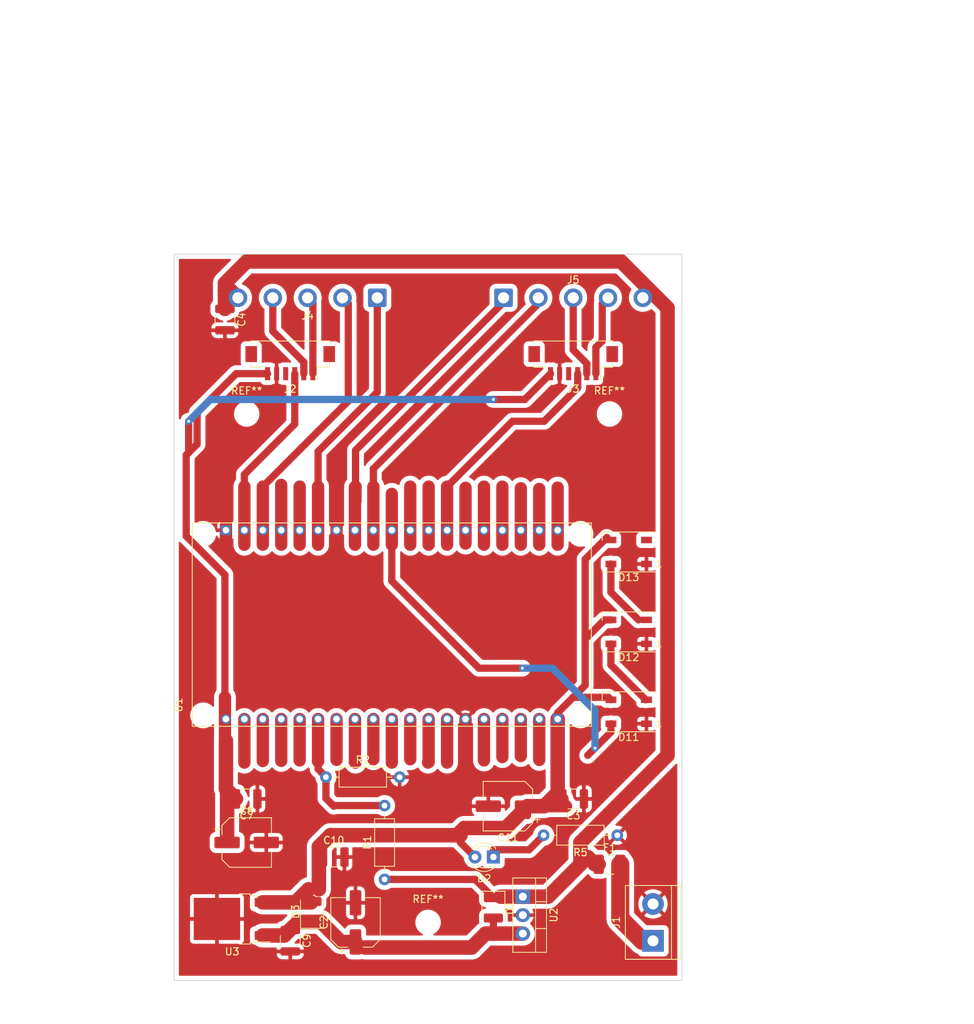
<source format=kicad_pcb>
(kicad_pcb (version 20211014) (generator pcbnew)
  (layers (0 "F.Cu" signal) (31 "B.Cu" signal) (34 "B.Paste" user) (35 "F.Paste" user) (36 "B.SilkS" user "B.Silkscreen") (37 "F.SilkS" user "F.Silkscreen") (38 "B.Mask" user) (39 "F.Mask" user) (44 "Edge.Cuts" user))
  (net 0 "")
  (net 1 "+BATT")
  (net 2 "-BATT")
  (net 3 "+12V")
  (net 4 "+5V")
  (net 5 "+3.3V")
  (net 6 "Net-(D2-Pad1)")
  (net 7 "Net-(D11-Pad2)")
  (net 8 "/LED_OUT")
  (net 9 "Net-(D12-Pad2)")
  (net 11 "Net-(F1-Pad2)")
  (net 12 "/motorController/M1_1")
  (net 13 "/motorController/M1_2")
  (net 14 "/ENCO_2")
  (net 16 "/motorController/M2_1")
  (net 17 "/motorController/M2_2")
  (net 18 "/ENCO_1")
  (net 20 "/PWM_M1_1")
  (net 21 "/PWM_M1_2")
  (net 22 "/PWM_M2_1")
  (net 23 "/PWM_M2_2")
  (net 24 "/BATT_VOLTAGE_DIVIDER")
  (net 25 "unconnected-(U1-PadJ5_18)")
  (net 26 "unconnected-(U1-PadJ5_17)")
  (net 27 "unconnected-(U1-PadJ5_16)")
  (net 28 "unconnected-(U1-PadJ5_15)")
  (net 29 "unconnected-(U1-PadJ5_13)")
  (net 30 "unconnected-(U1-PadJ5_12)")
  (net 31 "unconnected-(U1-PadJ5_11)")
  (net 32 "unconnected-(U1-PadJ5_10)")
  (net 33 "unconnected-(U1-PadJ5_9)")
  (net 34 "unconnected-(U1-PadJ5_8)")
  (net 35 "unconnected-(U1-PadJ5_7)")
  (net 36 "unconnected-(U1-PadJ5_5)")
  (net 37 "unconnected-(U1-PadJ5_4)")
  (net 38 "unconnected-(U1-PadJ5_3)")
  (net 39 "unconnected-(U1-PadJ5_2)")
  (net 40 "unconnected-(U1-PadJ4_19)")
  (net 41 "unconnected-(U1-PadJ4_18)")
  (net 42 "unconnected-(U1-PadJ4_17)")
  (net 43 "unconnected-(U1-PadJ4_16)")
  (net 44 "unconnected-(U1-PadJ4_15)")
  (net 45 "unconnected-(U1-PadJ4_14)")
  (net 46 "unconnected-(U1-PadJ4_12)")
  (net 47 "unconnected-(U1-PadJ4_11)")
  (net 48 "unconnected-(U1-PadJ4_5)")
  (net 49 "unconnected-(U1-PadJ4_4)")
  (footprint "LED_SMD:LED_WS2812B_PLCC4_5.0x5.0mm_P3.2mm" (layer "F.Cu") (at 130.65 144 180)
    (fp_text reference "D12" (at 0 -3.5) (layer "F.SilkS"))
    (fp_text value "WS2812B")
    (fp_text user "1" (at -4.15 -1.6) (layer "F.SilkS"))
    (fp_line (start -3.65 2.75) (end 3.65 2.75) (layer "F.SilkS") (width 0.12))
    (fp_line (start -3.65 -2.75) (end 3.65 -2.75) (layer "F.SilkS") (width 0.12))
    (fp_line (start 3.65 2.75) (end 3.65 1.6) (layer "F.SilkS") (width 0.12))
    (pad "1" smd rect (at -2.45 -1.65 180) (size 1.5 0.9) (layers "F.Cu" "F.Paste" "F.Mask") (net 2 "-BATT"))
    (pad "2" smd rect (at -2.45 1.65 180) (size 1.5 0.9) (layers "F.Cu" "F.Paste" "F.Mask") (net 9 "Net-(D12-Pad2)"))
    (pad "3" smd rect (at 2.45 1.65 180) (size 1.5 0.9) (layers "F.Cu" "F.Paste" "F.Mask") (net 4 "+5V"))
    (pad "4" smd rect (at 2.45 -1.65 180) (size 1.5 0.9) (layers "F.Cu" "F.Paste" "F.Mask") (net 7 "Net-(D11-Pad2)"))
  )
  (footprint "Package_TO_SOT_THT:TO-220-3_Vertical" (layer "F.Cu") (at 116.055 180.46 -90)
    (fp_text reference "U2" (at 2.54 -4.27 90) (layer "F.SilkS"))
    (fp_text value "L7812")
    (fp_line (start -2.58 1.371) (end 7.66 1.371) (layer "F.SilkS") (width 0.12))
    (fp_line (start 7.66 -3.27) (end 7.66 1.371) (layer "F.SilkS") (width 0.12))
    (fp_line (start -2.58 -3.27) (end -2.58 1.371) (layer "F.SilkS") (width 0.12))
    (fp_line (start -2.58 -3.27) (end 7.66 -3.27) (layer "F.SilkS") (width 0.12))
    (fp_line (start 4.391 -3.27) (end 4.391 -1.76) (layer "F.SilkS") (width 0.12))
    (fp_line (start -2.58 -1.76) (end 7.66 -1.76) (layer "F.SilkS") (width 0.12))
    (fp_line (start 0.69 -3.27) (end 0.69 -1.76) (layer "F.SilkS") (width 0.12))
    (pad "1" thru_hole rect (at 0 0 270) (size 1.905 2) (drill 1.1) (layers *.Cu *.Mask) (net 1 "+BATT"))
    (pad "2" thru_hole oval (at 2.54 0 270) (size 1.905 2) (drill 1.1) (layers *.Cu *.Mask) (net 2 "-BATT"))
    (pad "3" thru_hole oval (at 5.08 0 270) (size 1.905 2) (drill 1.1) (layers *.Cu *.Mask) (net 3 "+12V"))
  )
  (footprint "Capacitor_SMD:CP_Elec_6.3x7.7" (layer "F.Cu") (at 93 184 90)
    (fp_text reference "C2" (at 0 -4.35 90) (layer "F.SilkS"))
    (fp_text value "C_Polarized")
    (fp_line (start -3.41 2.345563) (end -3.41 1.06) (layer "F.SilkS") (width 0.12))
    (fp_line (start 3.41 -3.41) (end 3.41 -1.06) (layer "F.SilkS") (width 0.12))
    (fp_line (start -2.345563 3.41) (end 3.41 3.41) (layer "F.SilkS") (width 0.12))
    (fp_line (start 3.41 3.41) (end 3.41 1.06) (layer "F.SilkS") (width 0.12))
    (fp_line (start -3.41 2.345563) (end -2.345563 3.41) (layer "F.SilkS") (width 0.12))
    (fp_line (start -3.41 -2.345563) (end -2.345563 -3.41) (layer "F.SilkS") (width 0.12))
    (fp_line (start -4.04375 -2.24125) (end -4.04375 -1.45375) (layer "F.SilkS") (width 0.12))
    (fp_line (start -2.345563 -3.41) (end 3.41 -3.41) (layer "F.SilkS") (width 0.12))
    (fp_line (start -3.41 -2.345563) (end -3.41 -1.06) (layer "F.SilkS") (width 0.12))
    (fp_line (start -4.4375 -1.8475) (end -3.65 -1.8475) (layer "F.SilkS") (width 0.12))
    (pad "1" smd roundrect (at -2.7 0 90) (size 3.5 1.6) (layers "F.Cu" "F.Paste" "F.Mask") (roundrect_rratio 0.15625) (net 3 "+12V"))
    (pad "2" smd roundrect (at 2.7 0 90) (size 3.5 1.6) (layers "F.Cu" "F.Paste" "F.Mask") (roundrect_rratio 0.15625) (net 2 "-BATT"))
  )
  (footprint "Capacitor_SMD:C_1210_3225Metric" (layer "F.Cu") (at 84 186.525 -90)
    (fp_text reference "C9" (at 0 -2.3 90) (layer "F.SilkS"))
    (fp_text value "C")
    (fp_line (start -0.711252 -1.36) (end 0.711252 -1.36) (layer "F.SilkS") (width 0.12))
    (fp_line (start -0.711252 1.36) (end 0.711252 1.36) (layer "F.SilkS") (width 0.12))
    (pad "1" smd roundrect (at -1.475 0 270) (size 1.15 2.7) (layers "F.Cu" "F.Paste" "F.Mask") (roundrect_rratio 0.217391) (net 3 "+12V"))
    (pad "2" smd roundrect (at 1.475 0 270) (size 1.15 2.7) (layers "F.Cu" "F.Paste" "F.Mask") (roundrect_rratio 0.217391) (net 2 "-BATT"))
  )
  (footprint "LED_THT:LED_D3.0mm" (layer "F.Cu") (at 112 175 180)
    (fp_text reference "D2" (at 1.27 -2.96) (layer "F.SilkS"))
    (fp_text value "LED")
    (fp_line (start -0.29 1.08) (end -0.29 1.236) (layer "F.SilkS") (width 0.12))
    (fp_line (start -0.29 -1.236) (end -0.29 -1.08) (layer "F.SilkS") (width 0.12))
    (fp_arc (start -0.29 -1.235516) (mid 1.366487 -1.987659) (end 2.942335 -1.078608) (layer "F.SilkS") (width 0.12))
    (fp_arc (start 2.942335 1.078608) (mid 1.366487 1.987659) (end -0.29 1.235516) (layer "F.SilkS") (width 0.12))
    (fp_arc (start 0.229039 -1.08) (mid 1.270117 -1.5) (end 2.31113 -1.079837) (layer "F.SilkS") (width 0.12))
    (fp_arc (start 2.31113 1.079837) (mid 1.270117 1.5) (end 0.229039 1.08) (layer "F.SilkS") (width 0.12))
    (pad "1" thru_hole rect (at 0 0 180) (size 1.8 1.8) (drill 0.9) (layers *.Cu *.Mask) (net 6 "Net-(D2-Pad1)"))
    (pad "2" thru_hole circle (at 2.54 0 180) (size 1.8 1.8) (drill 0.9) (layers *.Cu *.Mask) (net 4 "+5V"))
  )
  (footprint "MountingHole:MountingHole_2.2mm_M2" (layer "F.Cu") (at 128 114)
    (fp_text reference "REF**" (at 0 -3.2) (layer "F.SilkS"))
    (fp_text value "MountingHole_2.2mm_M2")
    (pad "" np_thru_hole circle (at 0 0) (size 2.2 2.2) (drill 2.2) (layers *.Cu *.Mask))
  )
  (footprint "MountingHole:MountingHole_2.2mm_M2" (layer "F.Cu") (at 78 114)
    (fp_text reference "REF**" (at 0 -3.2) (layer "F.SilkS"))
    (fp_text value "MountingHole_2.2mm_M2")
    (pad "" np_thru_hole circle (at 0 0) (size 2.2 2.2) (drill 2.2) (layers *.Cu *.Mask))
  )
  (footprint "Capacitor_SMD:C_1210_3225Metric" (layer "F.Cu") (at 90 175)
    (fp_text reference "C10" (at 0 -2.3) (layer "F.SilkS"))
    (fp_text value "C")
    (fp_line (start -0.711252 -1.36) (end 0.711252 -1.36) (layer "F.SilkS") (width 0.12))
    (fp_line (start -0.711252 1.36) (end 0.711252 1.36) (layer "F.SilkS") (width 0.12))
    (pad "1" smd roundrect (at -1.475 0) (size 1.15 2.7) (layers "F.Cu" "F.Paste" "F.Mask") (roundrect_rratio 0.217391) (net 4 "+5V"))
    (pad "2" smd roundrect (at 1.475 0) (size 1.15 2.7) (layers "F.Cu" "F.Paste" "F.Mask") (roundrect_rratio 0.217391) (net 2 "-BATT"))
  )
  (footprint "Capacitor_SMD:CP_Elec_6.3x7.7" (layer "F.Cu") (at 114 168 180)
    (fp_text reference "C11" (at 0 -4.35) (layer "F.SilkS"))
    (fp_text value "C_Polarized")
    (fp_line (start 3.41 -3.41) (end 3.41 -1.06) (layer "F.SilkS") (width 0.12))
    (fp_line (start -3.41 2.345563) (end -3.41 1.06) (layer "F.SilkS") (width 0.12))
    (fp_line (start -3.41 -2.345563) (end -3.41 -1.06) (layer "F.SilkS") (width 0.12))
    (fp_line (start -4.04375 -2.24125) (end -4.04375 -1.45375) (layer "F.SilkS") (width 0.12))
    (fp_line (start -2.345563 3.41) (end 3.41 3.41) (layer "F.SilkS") (width 0.12))
    (fp_line (start -4.4375 -1.8475) (end -3.65 -1.8475) (layer "F.SilkS") (width 0.12))
    (fp_line (start -3.41 -2.345563) (end -2.345563 -3.41) (layer "F.SilkS") (width 0.12))
    (fp_line (start 3.41 3.41) (end 3.41 1.06) (layer "F.SilkS") (width 0.12))
    (fp_line (start -2.345563 -3.41) (end 3.41 -3.41) (layer "F.SilkS") (width 0.12))
    (fp_line (start -3.41 2.345563) (end -2.345563 3.41) (layer "F.SilkS") (width 0.12))
    (pad "1" smd roundrect (at -2.7 0 180) (size 3.5 1.6) (layers "F.Cu" "F.Paste" "F.Mask") (roundrect_rratio 0.15625) (net 4 "+5V"))
    (pad "2" smd roundrect (at 2.7 0 180) (size 3.5 1.6) (layers "F.Cu" "F.Paste" "F.Mask") (roundrect_rratio 0.15625) (net 2 "-BATT"))
  )
  (footprint "MountingHole:MountingHole_2.2mm_M2" (layer "F.Cu") (at 103 184)
    (fp_text reference "REF**" (at 0 -3.2) (layer "F.SilkS"))
    (fp_text value "MountingHole_2.2mm_M2")
    (pad "" np_thru_hole circle (at 0 0) (size 2.2 2.2) (drill 2.2) (layers *.Cu *.Mask))
  )
  (footprint "LED_SMD:LED_WS2812B_PLCC4_5.0x5.0mm_P3.2mm" (layer "F.Cu") (at 130.65 133 180)
    (fp_text reference "D13" (at 0 -3.5) (layer "F.SilkS"))
    (fp_text value "WS2812B")
    (fp_text user "1" (at -4.15 -1.6) (layer "F.SilkS"))
    (fp_line (start -3.65 2.75) (end 3.65 2.75) (layer "F.SilkS") (width 0.12))
    (fp_line (start -3.65 -2.75) (end 3.65 -2.75) (layer "F.SilkS") (width 0.12))
    (fp_line (start 3.65 2.75) (end 3.65 1.6) (layer "F.SilkS") (width 0.12))
    (pad "1" smd rect (at -2.45 -1.65 180) (size 1.5 0.9) (layers "F.Cu" "F.Paste" "F.Mask") (net 2 "-BATT"))
    (pad "2" smd rect (at -2.45 1.65 180) (size 1.5 0.9) (layers "F.Cu" "F.Paste" "F.Mask"))
    (pad "3" smd rect (at 2.45 1.65 180) (size 1.5 0.9) (layers "F.Cu" "F.Paste" "F.Mask") (net 4 "+5V"))
    (pad "4" smd rect (at 2.45 -1.65 180) (size 1.5 0.9) (layers "F.Cu" "F.Paste" "F.Mask") (net 9 "Net-(D12-Pad2)"))
  )
  (footprint "Resistor_THT:R_Axial_DIN0207_L6.3mm_D2.5mm_P10.16mm_Horizontal" (layer "F.Cu") (at 88.92 164)
    (fp_text reference "R2" (at 5.08 -2.37) (layer "F.SilkS"))
    (fp_text value "R")
    (fp_line (start 1.81 1.37) (end 8.35 1.37) (layer "F.SilkS") (width 0.12))
    (fp_line (start 8.35 -1.37) (end 1.81 -1.37) (layer "F.SilkS") (width 0.12))
    (fp_line (start 1.04 0) (end 1.81 0) (layer "F.SilkS") (width 0.12))
    (fp_line (start 9.12 0) (end 8.35 0) (layer "F.SilkS") (width 0.12))
    (fp_line (start 8.35 1.37) (end 8.35 -1.37) (layer "F.SilkS") (width 0.12))
    (fp_line (start 1.81 -1.37) (end 1.81 1.37) (layer "F.SilkS") (width 0.12))
    (pad "1" thru_hole circle (at 0 0) (size 1.6 1.6) (drill 0.8) (layers *.Cu *.Mask) (net 24 "/BATT_VOLTAGE_DIVIDER"))
    (pad "2" thru_hole oval (at 10.16 0) (size 1.6 1.6) (drill 0.8) (layers *.Cu *.Mask) (net 2 "-BATT"))
  )
  (footprint "Connector_Wire:SolderWire-0.75sqmm_1x05_P4.8mm_D1.25mm_OD2.3mm" (layer "F.Cu") (at 113.4 98)
    (fp_text reference "J5" (at 9.6 -2.47) (layer "F.SilkS"))
    (fp_text value "Conn_01x05_Female")
    (pad "1" thru_hole roundrect (at 0 0) (size 2.55 2.55) (drill 1.55) (layers *.Cu *.Mask) (roundrect_rratio 0.098039) (net 22 "/PWM_M2_1"))
    (pad "2" thru_hole circle (at 4.8 0) (size 2.55 2.55) (drill 1.55) (layers *.Cu *.Mask) (net 23 "/PWM_M2_2"))
    (pad "3" thru_hole circle (at 9.6 0) (size 2.55 2.55) (drill 1.55) (layers *.Cu *.Mask) (net 17 "/motorController/M2_2"))
    (pad "4" thru_hole circle (at 14.4 0) (size 2.55 2.55) (drill 1.55) (layers *.Cu *.Mask) (net 16 "/motorController/M2_1"))
    (pad "5" thru_hole circle (at 19.2 0) (size 2.55 2.55) (drill 1.55) (layers *.Cu *.Mask) (net 1 "+BATT"))
  )
  (footprint "Fuse:Fuse_1210_3225Metric_Pad1.42x2.65mm_HandSolder" (layer "F.Cu") (at 128 176)
    (fp_text reference "F1" (at 0 -2.28) (layer "F.SilkS"))
    (fp_text value "Fuse")
    (fp_line (start -0.602064 1.36) (end 0.602064 1.36) (layer "F.SilkS") (width 0.12))
    (fp_line (start -0.602064 -1.36) (end 0.602064 -1.36) (layer "F.SilkS") (width 0.12))
    (pad "1" smd roundrect (at -1.4875 0) (size 1.425 2.65) (layers "F.Cu" "F.Paste" "F.Mask") (roundrect_rratio 0.175439) (net 1 "+BATT"))
    (pad "2" smd roundrect (at 1.4875 0) (size 1.425 2.65) (layers "F.Cu" "F.Paste" "F.Mask") (roundrect_rratio 0.175439) (net 11 "Net-(F1-Pad2)"))
  )
  (footprint "Capacitor_SMD:C_1210_3225Metric" (layer "F.Cu") (at 75 101 -90)
    (fp_text reference "C4" (at 0 -2.3 90) (layer "F.SilkS"))
    (fp_text value "C")
    (fp_line (start -0.711252 1.36) (end 0.711252 1.36) (layer "F.SilkS") (width 0.12))
    (fp_line (start -0.711252 -1.36) (end 0.711252 -1.36) (layer "F.SilkS") (width 0.12))
    (pad "1" smd roundrect (at -1.475 0 270) (size 1.15 2.7) (layers "F.Cu" "F.Paste" "F.Mask") (roundrect_rratio 0.217391) (net 1 "+BATT"))
    (pad "2" smd roundrect (at 1.475 0 270) (size 1.15 2.7) (layers "F.Cu" "F.Paste" "F.Mask") (roundrect_rratio 0.217391) (net 2 "-BATT"))
  )
  (footprint "Capacitor_SMD:C_1210_3225Metric" (layer "F.Cu") (at 78 167 180)
    (fp_text reference "C7" (at 0 -2.3) (layer "F.SilkS"))
    (fp_text value "C")
    (fp_line (start -0.711252 -1.36) (end 0.711252 -1.36) (layer "F.SilkS") (width 0.12))
    (fp_line (start -0.711252 1.36) (end 0.711252 1.36) (layer "F.SilkS") (width 0.12))
    (pad "1" smd roundrect (at -1.475 0 180) (size 1.15 2.7) (layers "F.Cu" "F.Paste" "F.Mask") (roundrect_rratio 0.217391) (net 2 "-BATT"))
    (pad "2" smd roundrect (at 1.475 0 180) (size 1.15 2.7) (layers "F.Cu" "F.Paste" "F.Mask") (roundrect_rratio 0.217391) (net 5 "+3.3V"))
  )
  (footprint "Resistor_THT:R_Axial_DIN0207_L6.3mm_D2.5mm_P10.16mm_Horizontal" (layer "F.Cu") (at 129.08 172 180)
    (fp_text reference "R5" (at 5.08 -2.37) (layer "F.SilkS"))
    (fp_text value "R")
    (fp_line (start 1.81 -1.37) (end 1.81 1.37) (layer "F.SilkS") (width 0.12))
    (fp_line (start 8.35 1.37) (end 8.35 -1.37) (layer "F.SilkS") (width 0.12))
    (fp_line (start 1.04 0) (end 1.81 0) (layer "F.SilkS") (width 0.12))
    (fp_line (start 1.81 1.37) (end 8.35 1.37) (layer "F.SilkS") (width 0.12))
    (fp_line (start 9.12 0) (end 8.35 0) (layer "F.SilkS") (width 0.12))
    (fp_line (start 8.35 -1.37) (end 1.81 -1.37) (layer "F.SilkS") (width 0.12))
    (pad "1" thru_hole circle (at 0 0 180) (size 1.6 1.6) (drill 0.8) (layers *.Cu *.Mask) (net 2 "-BATT"))
    (pad "2" thru_hole oval (at 10.16 0 180) (size 1.6 1.6) (drill 0.8) (layers *.Cu *.Mask) (net 6 "Net-(D2-Pad1)"))
  )
  (footprint "Connector_Hirose:Hirose_DF13C_CL535-0406-3-51_1x06-1MP_P1.25mm_Vertical" (layer "F.Cu") (at 84 107 180)
    (fp_text reference "J2" (at 0 -3.55) (layer "F.SilkS"))
    (fp_text value "Conn_01x06_Male")
    (fp_line (start -5.425 3.05) (end 5.425 3.05) (layer "F.SilkS") (width 0.12))
    (fp_line (start -5.425 2.61) (end -5.425 3.05) (layer "F.SilkS") (width 0.12))
    (fp_line (start 3.735 -0.55) (end 5.425 -0.55) (layer "F.SilkS") (width 0.12))
    (fp_line (start -3.735 -0.55) (end -5.425 -0.55) (layer "F.SilkS") (width 0.12))
    (fp_line (start 5.425 -0.55) (end 5.425 -0.11) (layer "F.SilkS") (width 0.12))
    (fp_line (start 5.425 3.05) (end 5.425 2.61) (layer "F.SilkS") (width 0.12))
    (fp_line (start -3.735 -0.55) (end -3.735 -2.35) (layer "F.SilkS") (width 0.12))
    (fp_line (start -5.425 -0.55) (end -5.425 -0.11) (layer "F.SilkS") (width 0.12))
    (pad "1" smd rect (at -3.125 -1.45 180) (size 0.7 1.8) (layers "F.Cu" "F.Paste" "F.Mask") (net 13 "/motorController/M1_2"))
    (pad "2" smd rect (at -1.875 -1.45 180) (size 0.7 1.8) (layers "F.Cu" "F.Paste" "F.Mask") (net 12 "/motorController/M1_1"))
    (pad "3" smd rect (at -0.625 -1.45 180) (size 0.7 1.8) (layers "F.Cu" "F.Paste" "F.Mask") (net 14 "/ENCO_2"))
    (pad "4" smd rect (at 0.625 -1.45 180) (size 0.7 1.8) (layers "F.Cu" "F.Paste" "F.Mask"))
    (pad "5" smd rect (at 1.875 -1.45 180) (size 0.7 1.8) (layers "F.Cu" "F.Paste" "F.Mask") (net 2 "-BATT"))
    (pad "6" smd rect (at 3.125 -1.45 180) (size 0.7 1.8) (layers "F.Cu" "F.Paste" "F.Mask") (net 5 "+3.3V"))
    (pad "MP" smd rect (at 5.375 1.25 180) (size 1.6 2.2) (layers "F.Cu" "F.Paste" "F.Mask"))
    (pad "MP" smd rect (at -5.375 1.25 180) (size 1.6 2.2) (layers "F.Cu" "F.Paste" "F.Mask"))
  )
  (footprint "Diode_SMD:D_1210_3225Metric" (layer "F.Cu") (at 87 182.525 90)
    (fp_text reference "D3" (at 0 -2.28 90) (layer "F.SilkS"))
    (fp_text value "D")
    (fp_line (start -2.285 1.585) (end 1.6 1.585) (layer "F.SilkS") (width 0.12))
    (fp_line (start -2.285 -1.585) (end -2.285 1.585) (layer "F.SilkS") (width 0.12))
    (fp_line (start 1.6 -1.585) (end -2.285 -1.585) (layer "F.SilkS") (width 0.12))
    (pad "1" smd roundrect (at -1.4 0 90) (size 1.25 2.65) (layers "F.Cu" "F.Paste" "F.Mask") (roundrect_rratio 0.2) (net 3 "+12V"))
    (pad "2" smd roundrect (at 1.4 0 90) (size 1.25 2.65) (layers "F.Cu" "F.Paste" "F.Mask") (roundrect_rratio 0.2) (net 4 "+5V"))
  )
  (footprint "Connector_Hirose:Hirose_DF13C_CL535-0406-3-51_1x06-1MP_P1.25mm_Vertical" (layer "F.Cu") (at 123 107 180)
    (fp_text reference "J3" (at 0 -3.55) (layer "F.SilkS"))
    (fp_text value "Conn_01x06_Male")
    (fp_line (start 3.735 -0.55) (end 5.425 -0.55) (layer "F.SilkS") (width 0.12))
    (fp_line (start -3.735 -0.55) (end -3.735 -2.35) (layer "F.SilkS") (width 0.12))
    (fp_line (start 5.425 3.05) (end 5.425 2.61) (layer "F.SilkS") (width 0.12))
    (fp_line (start -5.425 3.05) (end 5.425 3.05) (layer "F.SilkS") (width 0.12))
    (fp_line (start -5.425 2.61) (end -5.425 3.05) (layer "F.SilkS") (width 0.12))
    (fp_line (start 5.425 -0.55) (end 5.425 -0.11) (layer "F.SilkS") (width 0.12))
    (fp_line (start -5.425 -0.55) (end -5.425 -0.11) (layer "F.SilkS") (width 0.12))
    (fp_line (start -3.735 -0.55) (end -5.425 -0.55) (layer "F.SilkS") (width 0.12))
    (pad "1" smd rect (at -3.125 -1.45 180) (size 0.7 1.8) (layers "F.Cu" "F.Paste" "F.Mask") (net 16 "/motorController/M2_1"))
    (pad "2" smd rect (at -1.875 -1.45 180) (size 0.7 1.8) (layers "F.Cu" "F.Paste" "F.Mask") (net 17 "/motorController/M2_2"))
    (pad "3" smd rect (at -0.625 -1.45 180) (size 0.7 1.8) (layers "F.Cu" "F.Paste" "F.Mask") (net 18 "/ENCO_1"))
    (pad "4" smd rect (at 0.625 -1.45 180) (size 0.7 1.8) (layers "F.Cu" "F.Paste" "F.Mask"))
    (pad "5" smd rect (at 1.875 -1.45 180) (size 0.7 1.8) (layers "F.Cu" "F.Paste" "F.Mask") (net 2 "-BATT"))
    (pad "6" smd rect (at 3.125 -1.45 180) (size 0.7 1.8) (layers "F.Cu" "F.Paste" "F.Mask") (net 5 "+3.3V"))
    (pad "MP" smd rect (at 5.375 1.25 180) (size 1.6 2.2) (layers "F.Cu" "F.Paste" "F.Mask"))
    (pad "MP" smd rect (at -5.375 1.25 180) (size 1.6 2.2) (layers "F.Cu" "F.Paste" "F.Mask"))
  )
  (footprint "LED_SMD:LED_WS2812B_PLCC4_5.0x5.0mm_P3.2mm" (layer "F.Cu") (at 130.65 155 180)
    (fp_text reference "D11" (at 0 -3.5) (layer "F.SilkS"))
    (fp_text value "WS2812B")
    (fp_text user "1" (at -4.15 -1.6) (layer "F.SilkS"))
    (fp_line (start 3.65 2.75) (end 3.65 1.6) (layer "F.SilkS") (width 0.12))
    (fp_line (start -3.65 -2.75) (end 3.65 -2.75) (layer "F.SilkS") (width 0.12))
    (fp_line (start -3.65 2.75) (end 3.65 2.75) (layer "F.SilkS") (width 0.12))
    (pad "1" smd rect (at -2.45 -1.65 180) (size 1.5 0.9) (layers "F.Cu" "F.Paste" "F.Mask") (net 2 "-BATT"))
    (pad "2" smd rect (at -2.45 1.65 180) (size 1.5 0.9) (layers "F.Cu" "F.Paste" "F.Mask") (net 7 "Net-(D11-Pad2)"))
    (pad "3" smd rect (at 2.45 1.65 180) (size 1.5 0.9) (layers "F.Cu" "F.Paste" "F.Mask") (net 4 "+5V"))
    (pad "4" smd rect (at 2.45 -1.65 180) (size 1.5 0.9) (layers "F.Cu" "F.Paste" "F.Mask") (net 8 "/LED_OUT"))
  )
  (footprint "Package_TO_SOT_SMD:TO-252-2" (layer "F.Cu") (at 76 183.525 180)
    (fp_text reference "U3" (at 0 -4.5) (layer "F.SilkS"))
    (fp_text value "L7805")
    (fp_line (start -2.47 3.18) (end -3.57 3.18) (layer "F.SilkS") (width 0.12))
    (fp_line (start -0.97 3.45) (end -2.47 3.45) (layer "F.SilkS") (width 0.12))
    (fp_line (start -2.47 -3.45) (end -2.47 -3.18) (layer "F.SilkS") (width 0.12))
    (fp_line (start -2.47 -3.18) (end -5.3 -3.18) (layer "F.SilkS") (width 0.12))
    (fp_line (start -2.47 3.45) (end -2.47 3.18) (layer "F.SilkS") (width 0.12))
    (fp_line (start -0.97 -3.45) (end -2.47 -3.45) (layer "F.SilkS") (width 0.12))
    (pad "1" smd rect (at -4.2 -2.28 180) (size 2.2 1.2) (layers "F.Cu" "F.Paste" "F.Mask") (net 3 "+12V"))
    (pad "2" smd rect (at 2.1 0 180) (size 6.4 5.8) (layers "F.Cu" "F.Mask") (net 2 "-BATT"))
    (pad "3" smd rect (at -4.2 2.28 180) (size 2.2 1.2) (layers "F.Cu" "F.Paste" "F.Mask") (net 4 "+5V"))
  )
  (footprint "footprints:MODULE_ESP32_NODEMCU" (layer "F.Cu") (at 98 143 90)
    (fp_text reference "U1" (at -11.075 -29.385 90) (layer "F.SilkS"))
    (fp_text value "ESP32_NODEMCU")
    (fp_line (start 14 -27.5) (end 14 27.5) (layer "F.SilkS") (width 0.127))
    (fp_line (start -14 27.5) (end 14 27.5) (layer "F.SilkS") (width 0.127))
    (fp_line (start -14 -27.5) (end -14 27.5) (layer "F.SilkS") (width 0.127))
    (fp_line (start -14 -27.5) (end 14 -27.5) (layer "F.SilkS") (width 0.127))
    (pad "" np_thru_hole circle locked (at -12.5 26 90) (size 2.25 2.25) (drill 2.25) (layers *.Cu *.Mask))
    (pad "" np_thru_hole circle locked (at 12.5 -26 90) (size 2.25 2.25) (drill 2.25) (layers *.Cu *.Mask))
    (pad "" np_thru_hole circle locked (at 12.5 26 90) (size 2.25 2.25) (drill 2.25) (layers *.Cu *.Mask))
    (pad "" np_thru_hole circle locked (at -12.5 -26 90) (size 2.25 2.25) (drill 2.25) (layers *.Cu *.Mask))
    (pad "J4_1" thru_hole rect locked (at 13 -22.86 90) (size 1.35 1.35) (drill 0.9) (layers *.Cu *.Mask) (net 2 "-BATT"))
    (pad "J4_2" thru_hole circle locked (at 13 -20.32 90) (size 1.35 1.35) (drill 0.9) (layers *.Cu *.Mask) (net 14 "/ENCO_2"))
    (pad "J4_3" thru_hole circle locked (at 13 -17.78 90) (size 1.35 1.35) (drill 0.9) (layers *.Cu *.Mask) (net 20 "/PWM_M1_1"))
    (pad "J4_4" thru_hole circle locked (at 13 -15.24 90) (size 1.35 1.35) (drill 0.9) (layers *.Cu *.Mask) (net 49 "unconnected-(U1-PadJ4_4)"))
    (pad "J4_5" thru_hole circle locked (at 13 -12.7 90) (size 1.35 1.35) (drill 0.9) (layers *.Cu *.Mask) (net 48 "unconnected-(U1-PadJ4_5)"))
    (pad "J4_6" thru_hole circle locked (at 13 -10.16 90) (size 1.35 1.35) (drill 0.9) (layers *.Cu *.Mask) (net 21 "/PWM_M1_2"))
    (pad "J4_7" thru_hole circle locked (at 13 -7.62 90) (size 1.35 1.35) (drill 0.9) (layers *.Cu *.Mask) (net 2 "-BATT"))
    (pad "J4_8" thru_hole circle locked (at 13 -5.08 90) (size 1.35 1.35) (drill 0.9) (layers *.Cu *.Mask) (net 22 "/PWM_M2_1"))
    (pad "J4_9" thru_hole circle locked (at 13 -2.54 90) (size 1.35 1.35) (drill 0.9) (layers *.Cu *.Mask) (net 23 "/PWM_M2_2"))
    (pad "J4_10" thru_hole circle locked (at 13 0 90) (size 1.35 1.35) (drill 0.9) (layers *.Cu *.Mask) (net 8 "/LED_OUT"))
    (pad "J4_11" thru_hole circle locked (at 13 2.54 90) (size 1.35 1.35) (drill 0.9) (layers *.Cu *.Mask) (net 47 "unconnected-(U1-PadJ4_11)"))
    (pad "J4_12" thru_hole circle locked (at 13 5.08 90) (size 1.35 1.35) (drill 0.9) (layers *.Cu *.Mask) (net 46 "unconnected-(U1-PadJ4_12)"))
    (pad "J4_13" thru_hole circle locked (at 13 7.62 90) (size 1.35 1.35) (drill 0.9) (layers *.Cu *.Mask) (net 18 "/ENCO_1"))
    (pad "J4_14" thru_hole circle locked (at 13 10.16 90) (size 1.35 1.35) (drill 0.9) (layers *.Cu *.Mask) (net 45 "unconnected-(U1-PadJ4_14)"))
    (pad "J4_15" thru_hole circle locked (at 13 12.7 90) (size 1.35 1.35) (drill 0.9) (layers *.Cu *.Mask) (net 44 "unconnected-(U1-PadJ4_15)"))
    (pad "J4_16" thru_hole circle locked (at 13 15.24 90) (size 1.35 1.35) (drill 0.9) (layers *.Cu *.Mask) (net 43 "unconnected-(U1-PadJ4_16)"))
    (pad "J4_17" thru_hole circle locked (at 13 17.78 90) (size 1.35 1.35) (drill 0.9) (layers *.Cu *.Mask) (net 42 "unconnected-(U1-PadJ4_17)"))
    (pad "J4_18" thru_hole circle locked (at 13 20.32 90) (size 1.35 1.35) (drill 0.9) (layers *.Cu *.Mask) (net 41 "unconnected-(U1-PadJ4_18)"))
    (pad "J4_19" thru_hole circle locked (at 13 22.86 90) (size 1.35 1.35) (drill 0.9) (layers *.Cu *.Mask) (net 40 "unconnected-(U1-PadJ4_19)"))
    (pad "J5_1" thru_hole rect locked (at -13 22.86 90) (size 1.35 1.35) (drill 0.9) (layers *.Cu *.Mask) (net 4 "+5V"))
    (pad "J5_2" thru_hole circle locked (at -13 20.32 90) (size 1.35 1.35) (drill 0.9) (layers *.Cu *.Mask) (net 39 "unconnected-(U1-PadJ5_2)"))
    (pad "J5_3" thru_hole circle locked (at -13 17.78 90) (size 1.35 1.35) (drill 0.9) (layers *.Cu *.Mask) (net 38 "unconnected-(U1-PadJ5_3)"))
    (pad "J5_4" thru_hole circle locked (at -13 15.24 90) (size 1.35 1.35) (drill 0.9) (layers *.Cu *.Mask) (net 37 "unconnected-(U1-PadJ5_4)"))
    (pad "J5_5" thru_hole circle locked (at -13 12.7 90) (size 1.35 1.35) (drill 0.9) (layers *.Cu *.Mask) (net 36 "unconnected-(U1-PadJ5_5)"))
    (pad "J5_6" thru_hole circle locked (at -13 10.16 90) (size 1.35 1.35) (drill 0.9) (layers *.Cu *.Mask) (net 2 "-BATT"))
    (pad "J5_7" thru_hole circle locked (at -13 7.62 90) (size 1.35 1.35) (drill 0.9) (layers *.Cu *.Mask) (net 35 "unconnected-(U1-PadJ5_7)"))
    (pad "J5_8" thru_hole circle locked (at -13 5.08 90) (size 1.35 1.35) (drill 0.9) (layers *.Cu *.Mask) (net 34 "unconnected-(U1-PadJ5_8)"))
    (pad "J5_9" thru_hole circle locked (at -13 2.54 90) (size 1.35 1.35) (drill 0.9) (layers *.Cu *.Mask) (net 33 "unconnected-(U1-PadJ5_9)"))
    (pad "J5_10" thru_hole circle locked (at -13 0 90) (size 1.35 1.35) (drill 0.9) (layers *.Cu *.Mask) (net 32 "unconnected-(U1-PadJ5_10)"))
    (pad "J5_11" thru_hole circle locked (at -13 -2.54 90) (size 1.35 1.35) (drill 0.9) (layers *.Cu *.Mask) (net 31 "unconnected-(U1-PadJ5_11)"))
    (pad "J5_12" thru_hole circle locked (at -13 -5.08 90) (size 1.35 1.35) (drill 0.9) (layers *.Cu *.Mask) (net 30 "unconnected-(U1-PadJ5_12)"))
    (pad "J5_13" thru_hole circle locked (at -13 -7.62 90) (size 1.35 1.35) (drill 0.9) (layers *.Cu *.Mask) (net 29 "unconnected-(U1-PadJ5_13)"))
    (pad "J5_14" thru_hole circle locked (at -13 -10.16 90) (size 1.35 1.35) (drill 0.9) (layers *.Cu *.Mask) (net 24 "/BATT_VOLTAGE_DIVIDER"))
    (pad "J5_15" thru_hole circle locked (at -13 -12.7 90) (size 1.35 1.35) (drill 0.9) (layers *.Cu *.Mask) (net 28 "unconnected-(U1-PadJ5_15)"))
    (pad "J5_16" thru_hole circle locked (at -13 -15.24 90) (size 1.35 1.35) (drill 0.9) (layers *.Cu *.Mask) (net 27 "unconnected-(U1-PadJ5_16)"))
    (pad "J5_17" thru_hole circle locked (at -13 -17.78 90) (size 1.35 1.35) (drill 0.9) (layers *.Cu *.Mask) (net 26 "unconnected-(U1-PadJ5_17)"))
    (pad "J5_18" thru_hole circle locked (at -13 -20.32 90) (size 1.35 1.35) (drill 0.9) (layers *.Cu *.Mask) (net 25 "unconnected-(U1-PadJ5_18)"))
    (pad "J5_19" thru_hole circle locked (at -13 -22.86 90) (size 1.35 1.35) (drill 0.9) (layers *.Cu *.Mask) (net 5 "+3.3V"))
  )
  (footprint "Capacitor_SMD:C_1210_3225Metric" (layer "F.Cu") (at 123 167 180)
    (fp_text reference "C3" (at 0 -2.3) (layer "F.SilkS"))
    (fp_text value "C")
    (fp_line (start -0.711252 -1.36) (end 0.711252 -1.36) (layer "F.SilkS") (width 0.12))
    (fp_line (start -0.711252 1.36) (end 0.711252 1.36) (layer "F.SilkS") (width 0.12))
    (pad "1" smd roundrect (at -1.475 0 180) (size 1.15 2.7) (layers "F.Cu" "F.Paste" "F.Mask") (roundrect_rratio 0.217391) (net 2 "-BATT"))
    (pad "2" smd roundrect (at 1.475 0 180) (size 1.15 2.7) (layers "F.Cu" "F.Paste" "F.Mask") (roundrect_rratio 0.217391) (net 4 "+5V"))
  )
  (footprint "Capacitor_SMD:CP_Elec_6.3x7.7" (layer "F.Cu") (at 78 173)
    (fp_text reference "C8" (at 0 -4.35) (layer "F.SilkS"))
    (fp_text value "C_Polarized")
    (fp_line (start -2.345563 -3.41) (end 3.41 -3.41) (layer "F.SilkS") (width 0.12))
    (fp_line (start -3.41 2.345563) (end -2.345563 3.41) (layer "F.SilkS") (width 0.12))
    (fp_line (start -3.41 -2.345563) (end -3.41 -1.06) (layer "F.SilkS") (width 0.12))
    (fp_line (start -3.41 2.345563) (end -3.41 1.06) (layer "F.SilkS") (width 0.12))
    (fp_line (start -4.4375 -1.8475) (end -3.65 -1.8475) (layer "F.SilkS") (width 0.12))
    (fp_line (start 3.41 3.41) (end 3.41 1.06) (layer "F.SilkS") (width 0.12))
    (fp_line (start -4.04375 -2.24125) (end -4.04375 -1.45375) (layer "F.SilkS") (width 0.12))
    (fp_line (start 3.41 -3.41) (end 3.41 -1.06) (layer "F.SilkS") (width 0.12))
    (fp_line (start -2.345563 3.41) (end 3.41 3.41) (layer "F.SilkS") (width 0.12))
    (fp_line (start -3.41 -2.345563) (end -2.345563 -3.41) (layer "F.SilkS") (width 0.12))
    (pad "1" smd roundrect (at -2.7 0) (size 3.5 1.6) (layers "F.Cu" "F.Paste" "F.Mask") (roundrect_rratio 0.15625) (net 5 "+3.3V"))
    (pad "2" smd roundrect (at 2.7 0) (size 3.5 1.6) (layers "F.Cu" "F.Paste" "F.Mask") (roundrect_rratio 0.15625) (net 2 "-BATT"))
  )
  (footprint "Resistor_THT:R_Axial_DIN0207_L6.3mm_D2.5mm_P10.16mm_Horizontal" (layer "F.Cu") (at 97 178.08 90)
    (fp_text reference "R1" (at 5.08 -2.37 90) (layer "F.SilkS"))
    (fp_text value "R")
    (fp_line (start 9.12 0) (end 8.35 0) (layer "F.SilkS") (width 0.12))
    (fp_line (start 1.81 1.37) (end 8.35 1.37) (layer "F.SilkS") (width 0.12))
    (fp_line (start 8.35 1.37) (end 8.35 -1.37) (layer "F.SilkS") (width 0.12))
    (fp_line (start 1.04 0) (end 1.81 0) (layer "F.SilkS") (width 0.12))
    (fp_line (start 8.35 -1.37) (end 1.81 -1.37) (layer "F.SilkS") (width 0.12))
    (fp_line (start 1.81 -1.37) (end 1.81 1.37) (layer "F.SilkS") (width 0.12))
    (pad "1" thru_hole circle (at 0 0 90) (size 1.6 1.6) (drill 0.8) (layers *.Cu *.Mask) (net 1 "+BATT"))
    (pad "2" thru_hole oval (at 10.16 0 90) (size 1.6 1.6) (drill 0.8) (layers *.Cu *.Mask) (net 24 "/BATT_VOLTAGE_DIVIDER"))
  )
  (footprint "TerminalBlock:TerminalBlock_bornier-2_P5.08mm" (layer "F.Cu") (at 134 186.54 90)
    (fp_text reference "J1" (at 2.54 -5.08 90) (layer "F.SilkS"))
    (fp_text value "Conn_01x02_Female")
    (fp_line (start -2.54 3.81) (end 7.62 3.81) (layer "F.SilkS") (width 0.12))
    (fp_line (start 7.62 3.81) (end 7.62 -3.81) (layer "F.SilkS") (width 0.12))
    (fp_line (start 7.62 -3.81) (end -2.54 -3.81) (layer "F.SilkS") (width 0.12))
    (fp_line (start -2.54 -3.81) (end -2.54 3.81) (layer "F.SilkS") (width 0.12))
    (fp_line (start 7.62 2.54) (end -2.54 2.54) (layer "F.SilkS") (width 0.12))
    (pad "1" thru_hole rect (at 0 0 90) (size 3 3) (drill 1.52) (layers *.Cu *.Mask) (net 11 "Net-(F1-Pad2)"))
    (pad "2" thru_hole circle (at 5.08 0 90) (size 3 3) (drill 1.52) (layers *.Cu *.Mask) (net 2 "-BATT"))
  )
  (footprint "Diode_SMD:D_1210_3225Metric" (layer "F.Cu") (at 112 182 -90)
    (fp_text reference "D1" (at 0 -2.28 90) (layer "F.SilkS"))
    (fp_text value "D")
    (fp_line (start 1.6 -1.585) (end -2.285 -1.585) (layer "F.SilkS") (width 0.12))
    (fp_line (start -2.285 -1.585) (end -2.285 1.585) (layer "F.SilkS") (width 0.12))
    (fp_line (start -2.285 1.585) (end 1.6 1.585) (layer "F.SilkS") (width 0.12))
    (pad "1" smd roundrect (at -1.4 0 270) (size 1.25 2.65) (layers "F.Cu" "F.Paste" "F.Mask") (roundrect_rratio 0.2) (net 1 "+BATT"))
    (pad "2" smd roundrect (at 1.4 0 270) (size 1.25 2.65) (layers "F.Cu" "F.Paste" "F.Mask") (roundrect_rratio 0.2) (net 3 "+12V"))
  )
  (footprint "Connector_Wire:SolderWire-0.75sqmm_1x05_P4.8mm_D1.25mm_OD2.3mm" (layer "F.Cu") (at 96 98 180)
    (fp_text reference "J4" (at 9.6 -2.47) (layer "F.SilkS"))
    (fp_text value "Conn_01x05_Female")
    (pad "1" thru_hole roundrect (at 0 0 180) (size 2.55 2.55) (drill 1.55) (layers *.Cu *.Mask) (roundrect_rratio 0.098039) (net 21 "/PWM_M1_2"))
    (pad "2" thru_hole circle (at 4.8 0 180) (size 2.55 2.55) (drill 1.55) (layers *.Cu *.Mask) (net 20 "/PWM_M1_1"))
    (pad "3" thru_hole circle (at 9.6 0 180) (size 2.55 2.55) (drill 1.55) (layers *.Cu *.Mask) (net 13 "/motorController/M1_2"))
    (pad "4" thru_hole circle (at 14.4 0 180) (size 2.55 2.55) (drill 1.55) (layers *.Cu *.Mask) (net 12 "/motorController/M1_1"))
    (pad "5" thru_hole circle (at 19.2 0 180) (size 2.55 2.55) (drill 1.55) (layers *.Cu *.Mask) (net 1 "+BATT"))
  )
  (gr_rect (start 68 92) (end 138 192) (layer "Edge.Cuts") (width 0.1) (fill none))
  (segment (start 129.6 93) (end 78 93) (width 2) (layer "F.Cu") (net 1))
  (segment (start 75 97) (end 75.8 97) (width 2) (layer "F.Cu") (net 1))
  (segment (start 75 96) (end 75 97) (width 2) (layer "F.Cu") (net 1))
  (segment (start 113 180.46) (end 119.54 180.46) (width 2) (layer "F.Cu") (net 1))
  (segment (start 136 99.4) (end 129.6 93) (width 2) (layer "F.Cu") (net 1))
  (segment (start 75 97) (end 75 99.525) (width 2) (layer "F.Cu") (net 1))
  (segment (start 75.8 97) (end 76.8 98) (width 2) (layer "F.Cu") (net 1))
  (segment (start 109.48 178.08) (end 97 178.08) (width 1) (layer "F.Cu") (net 1))
  (segment (start 78 93) (end 75 96) (width 2) (layer "F.Cu") (net 1))
  (segment (start 119.54 180.46) (end 124 176) (width 2) (layer "F.Cu") (net 1))
  (segment (start 112 180.6) (end 109.48 178.08) (width 1) (layer "F.Cu") (net 1))
  (segment (start 124 176) (end 124 173) (width 2) (layer "F.Cu") (net 1))
  (segment (start 125 175) (end 126 176) (width 2) (layer "F.Cu") (net 1))
  (segment (start 136 161) (end 136 99.4) (width 2) (layer "F.Cu") (net 1))
  (segment (start 126 176) (end 126.5125 176) (width 2) (layer "F.Cu") (net 1))
  (segment (start 124 173) (end 136 161) (width 2) (layer "F.Cu") (net 1))
  (segment (start 75.14 132) (end 75.14 124) (width 1.7) (layer "F.Cu") (net 2))
  (segment (start 90.38 132) (end 90.38 124) (width 1.7) (layer "F.Cu") (net 2))
  (segment (start 108.16 156) (end 108.16 161.84) (width 1.7) (layer "F.Cu") (net 2))
  (segment (start 111.92 185.54) (end 116.055 185.54) (width 2) (layer "F.Cu") (net 3))
  (segment (start 91 186.7) (end 93 186.7) (width 2) (layer "F.Cu") (net 3))
  (segment (start 94.3 187.46) (end 109 187.46) (width 2) (layer "F.Cu") (net 3))
  (segment (start 80.2 185.805) (end 81.28 185.805) (width 2) (layer "F.Cu") (net 3))
  (segment (start 88.225 183.925) (end 91 186.7) (width 2) (layer "F.Cu") (net 3))
  (segment (start 81.28 185.805) (end 83.195 185.805) (width 2) (layer "F.Cu") (net 3))
  (segment (start 84.475 184.525) (end 84 185) (width 2) (layer "F.Cu") (net 3))
  (segment (start 110.92 185.54) (end 111.92 185.54) (width 2) (layer "F.Cu") (net 3))
  (segment (start 109 187.46) (end 110.92 185.54) (width 2) (layer "F.Cu") (net 3))
  (segment (start 85 183.925) (end 88.225 183.925) (width 2) (layer "F.Cu") (net 3))
  (segment (start 83.195 185.805) (end 84 185) (width 2) (layer "F.Cu") (net 3))
  (segment (start 112 183.86) (end 112 185.46) (width 1) (layer "F.Cu") (net 3))
  (segment (start 112 185.46) (end 111.92 185.54) (width 1) (layer "F.Cu") (net 3))
  (segment (start 107.46 173) (end 107.46 172) (width 1) (layer "F.Cu") (net 4))
  (segment (start 121.525 167) (end 121.525 167.525) (width 1.7) (layer "F.Cu") (net 4))
  (segment (start 87.95 179.44) (end 87.95 173.575) (width 2) (layer "F.Cu") (net 4))
  (segment (start 119 168) (end 120.86 166.14) (width 2) (layer "F.Cu") (net 4))
  (segment (start 123 153) (end 126 153) (width 1) (layer "F.Cu") (net 4))
  (segment (start 121.525 167.525) (end 122 168) (width 1.7) (layer "F.Cu") (net 4))
  (segment (start 116.7 169.3) (end 116.7 168) (width 1) (layer "F.Cu") (net 4))
  (segment (start 124.65 134) (end 124.65 145) (width 1) (layer "F.Cu") (net 4))
  (segment (start 127.3 142.35) (end 124.65 145) (width 1) (layer "F.Cu") (net 4))
  (segment (start 87.95 173.575) (end 89.525 172) (width 2) (layer "F.Cu") (net 4))
  (segment (start 86.525 179.44) (end 84.72 181.245) (width 2) (layer "F.Cu") (net 4))
  (segment (start 124.65 151.35) (end 123 153) (width 1) (layer "F.Cu") (net 4))
  (segment (start 122 168) (end 119 168) (width 1.7) (layer "F.Cu") (net 4))
  (segment (start 120.86 156) (end 120.86 155.14) (width 1) (layer "F.Cu") (net 4))
  (segment (start 113.7 171) (end 116.7 168) (width 2) (layer "F.Cu") (net 4))
  (segment (start 107.46 171.54) (end 108 171) (width 2) (layer "F.Cu") (net 4))
  (segment (start 84.72 181.245) (end 86.88 181.245) (width 2) (layer "F.Cu") (net 4))
  (segment (start 120.86 155.14) (end 123 153) (width 1) (layer "F.Cu") (net 4))
  (segment (start 109.46 175) (end 107.46 173) (width 1) (layer "F.Cu") (net 4))
  (segment (start 89.525 172) (end 107.46 172) (width 2) (layer "F.Cu") (net 4))
  (segment (start 80.2 181.245) (end 84.72 181.245) (width 2) (layer "F.Cu") (net 4))
  (segment (start 116.7 168) (end 119 168) (width 2) (layer "F.Cu") (net 4))
  (segment (start 108 171) (end 113.7 171) (width 2) (layer "F.Cu") (net 4))
  (segment (start 124.65 145) (end 124.65 151.35) (width 1) (layer "F.Cu") (net 4))
  (segment (start 127.65 131) (end 124.65 134) (width 1) (layer "F.Cu") (net 4))
  (segment (start 107.46 172) (end 107.46 171.54) (width 2) (layer "F.Cu") (net 4))
  (segment (start 127.85 153) (end 128.2 153.35) (width 1) (layer "F.Cu") (net 4))
  (segment (start 128.2 142.35) (end 127.3 142.35) (width 1) (layer "F.Cu") (net 4))
  (segment (start 124.65 153) (end 127.85 153) (width 1) (layer "F.Cu") (net 4))
  (segment (start 120.86 166.14) (end 120.86 156) (width 2) (layer "F.Cu") (net 4))
  (segment (start 75 136.151652) (end 75 153) (width 1) (layer "F.Cu") (net 5))
  (segment (start 75.14 159) (end 75.14 165.615) (width 2) (layer "F.Cu") (net 5))
  (segment (start 69.6625 130.814152) (end 75 136.151652) (width 1) (layer "F.Cu") (net 5))
  (segment (start 70 115) (end 70 119.325) (width 1) (layer "F.Cu") (net 5))
  (segment (start 116.325 112) (end 119.875 108.45) (width 1) (layer "F.Cu") (net 5))
  (segment (start 80.875 108.45) (end 76.55 108.45) (width 1) (layer "F.Cu") (net 5))
  (segment (start 112 112) (end 116.325 112) (width 1) (layer "F.Cu") (net 5))
  (segment (start 71.1625 118.1625) (end 69.6625 119.6625) (width 1) (layer "F.Cu") (net 5))
  (segment (start 75.3 165.775) (end 75.14 165.615) (width 2) (layer "F.Cu") (net 5))
  (segment (start 70 119.325) (end 69.6625 119.6625) (width 1) (layer "F.Cu") (net 5))
  (segment (start 75 161) (end 75 153) (width 1.7) (layer "F.Cu") (net 5))
  (segment (start 75.3 172) (end 75.3 165.775) (width 2) (layer "F.Cu") (net 5))
  (segment (start 69.6625 119.6625) (end 69.6625 130.814152) (width 1) (layer "F.Cu") (net 5))
  (segment (start 76.55 108.45) (end 71.1625 113.8375) (width 1) (layer "F.Cu") (net 5))
  (segment (start 75.14 165.615) (end 76.525 167) (width 2) (layer "F.Cu") (net 5))
  (segment (start 71.1625 113.8375) (end 71.1625 118.1625) (width 1) (layer "F.Cu") (net 5))
  (via (at 70 115) (size 0.8) (drill 0.4) (layers "F.Cu" "B.Cu") (net 5))
  (via (at 112 112) (size 0.8) (drill 0.4) (layers "F.Cu" "B.Cu") (net 5))
  (segment (start 73 112) (end 70 115) (width 1) (layer "B.Cu") (net 5))
  (segment (start 112 112) (end 73 112) (width 1) (layer "B.Cu") (net 5))
  (segment (start 118.92 172) (end 116.92 174) (width 1) (layer "F.Cu") (net 6))
  (segment (start 116.92 174) (end 112 174) (width 1) (layer "F.Cu") (net 6))
  (segment (start 133 153.35) (end 128.2 148.55) (width 1) (layer "F.Cu") (net 7))
  (segment (start 128.2 148.55) (end 128.2 145.65) (width 1) (layer "F.Cu") (net 7))
  (segment (start 98 132) (end 98 125) (width 1.7) (layer "F.Cu") (net 8))
  (segment (start 115 149) (end 116 149) (width 1) (layer "F.Cu") (net 8))
  (segment (start 115 149) (end 110 149) (width 1) (layer "F.Cu") (net 8))
  (segment (start 110 149) (end 98 137) (width 1) (layer "F.Cu") (net 8))
  (segment (start 128.2 157.8) (end 126 160) (width 1) (layer "F.Cu") (net 8))
  (segment (start 128.2 156.65) (end 128.2 157.8) (width 1) (layer "F.Cu") (net 8))
  (segment (start 126 160) (end 125 161) (width 1) (layer "F.Cu") (net 8))
  (segment (start 98 137) (end 98 130) (width 1) (layer "F.Cu") (net 8))
  (via (at 126 160) (size 0.8) (drill 0.4) (layers "F.Cu" "B.Cu") (net 8))
  (via (at 116 149) (size 0.8) (drill 0.4) (layers "F.Cu" "B.Cu") (net 8))
  (segment (start 116 149) (end 120.151652 149) (width 1) (layer "B.Cu") (net 8))
  (segment (start 120.151652 149) (end 126 154.848348) (width 1) (layer "B.Cu") (net 8))
  (segment (start 126 154.848348) (end 126 160) (width 1) (layer "B.Cu") (net 8))
  (segment (start 128.2 138.55) (end 128.2 134.65) (width 1) (layer "F.Cu") (net 9))
  (segment (start 132 142.35) (end 128.2 138.55) (width 1) (layer "F.Cu") (net 9))
  (segment (start 132.54 186.54) (end 129.4875 183.4875) (width 2.5) (layer "F.Cu") (net 11))
  (segment (start 129.4875 183.4875) (end 129.4875 176) (width 2.5) (layer "F.Cu") (net 11))
  (segment (start 134 186.54) (end 132.54 186.54) (width 2.5) (layer "F.Cu") (net 11))
  (segment (start 85.875 108.45) (end 85.875 106.875) (width 1) (layer "F.Cu") (net 12))
  (segment (start 81.6 102.6) (end 81.6 98) (width 1) (layer "F.Cu") (net 12))
  (segment (start 85.875 106.875) (end 81.6 102.6) (width 1) (layer "F.Cu") (net 12))
  (segment (start 87.125 98.725) (end 86.4 98) (width 1) (layer "F.Cu") (net 13))
  (segment (start 87.125 108.45) (end 87.125 98.725) (width 1) (layer "F.Cu") (net 13))
  (segment (start 77.68 132) (end 77.68 124) (width 1.7) (layer "F.Cu") (net 14))
  (segment (start 77.68 124) (end 77.68 122.32) (width 1) (layer "F.Cu") (net 14))
  (segment (start 84.625 115.375) (end 84.625 108.45) (width 1) (layer "F.Cu") (net 14))
  (segment (start 77.68 122.32) (end 84.625 115.375) (width 1) (layer "F.Cu") (net 14))
  (segment (start 127 98.8) (end 127 103.95) (width 1) (layer "F.Cu") (net 16))
  (segment (start 127 103.95) (end 126.125 104.825) (width 1) (layer "F.Cu") (net 16))
  (segment (start 126.125 104.825) (end 126.125 108.45) (width 1) (layer "F.Cu") (net 16))
  (segment (start 127.8 98) (end 127 98.8) (width 1) (layer "F.Cu") (net 16))
  (segment (start 123 105.175) (end 123 98) (width 1) (layer "F.Cu") (net 17))
  (segment (start 124.875 108.45) (end 124.875 107.05) (width 1) (layer "F.Cu") (net 17))
  (segment (start 124.875 107.05) (end 123 105.175) (width 1) (layer "F.Cu") (net 17))
  (segment (start 105.62 132) (end 105.62 124) (width 1.7) (layer "F.Cu") (net 18))
  (segment (start 114.62 115) (end 119 115) (width 1) (layer "F.Cu") (net 18))
  (segment (start 119 115) (end 123.625 110.375) (width 1) (layer "F.Cu") (net 18))
  (segment (start 105.62 124) (end 114.62 115) (width 1) (layer "F.Cu") (net 18))
  (segment (start 123.625 110.375) (end 123.625 108.45) (width 1) (layer "F.Cu") (net 18))
  (segment (start 92 112.22) (end 92 98.8) (width 1) (layer "F.Cu") (net 20))
  (segment (start 80.22 132) (end 80.22 124) (width 1.7) (layer "F.Cu") (net 20))
  (segment (start 92 98.8) (end 91.2 98) (width 1) (layer "F.Cu") (net 20))
  (segment (start 80.22 124) (end 92 112.22) (width 1) (layer "F.Cu") (net 20))
  (segment (start 87.84 132) (end 87.84 124) (width 1.7) (layer "F.Cu") (net 21))
  (segment (start 87.84 124) (end 87.84 119.16) (width 1) (layer "F.Cu") (net 21))
  (segment (start 96 111) (end 96 98) (width 1) (layer "F.Cu") (net 21))
  (segment (start 87.84 119.16) (end 96 111) (width 1) (layer "F.Cu") (net 21))
  (segment (start 92.92 132) (end 92.92 124.08) (width 1.7) (layer "F.Cu") (net 22))
  (segment (start 93 124) (end 93 126) (width 1.7) (layer "F.Cu") (net 22))
  (segment (start 93 119) (end 113.4 98.6) (width 1) (layer "F.Cu") (net 22))
  (segment (start 92.92 124.08) (end 93 124) (width 1.7) (layer "F.Cu") (net 22))
  (segment (start 93 126) (end 93 119) (width 1) (layer "F.Cu") (net 22))
  (segment (start 113.4 98.6) (end 113.4 98) (width 1) (layer "F.Cu") (net 22))
  (segment (start 118.2 98.8) (end 118.2 98) (width 1) (layer "F.Cu") (net 23))
  (segment (start 95.46 121.54) (end 118.2 98.8) (width 1) (layer "F.Cu") (net 23))
  (segment (start 95.46 124) (end 95.46 121.54) (width 1) (layer "F.Cu") (net 23))
  (segment (start 95.46 132) (end 95.46 124) (width 1.7) (layer "F.Cu") (net 23))
  (segment (start 88.92 166.92) (end 89.5 167.5) (width 1) (layer "F.Cu") (net 24))
  (segment (start 97 167.92) (end 89.92 167.92) (width 1) (layer "F.Cu") (net 24))
  (segment (start 87.84 162.88) (end 88.92 163.96) (width 1) (layer "F.Cu") (net 24))
  (segment (start 89.5 167.5) (end 90 168) (width 1) (layer "F.Cu") (net 24))
  (segment (start 87.84 161.84) (end 87.84 162.88) (width 1) (layer "F.Cu") (net 24))
  (segment (start 89.92 167.92) (end 89.5 167.5) (width 1) (layer "F.Cu") (net 24))
  (segment (start 87.84 156) (end 87.84 161.84) (width 1.7) (layer "F.Cu") (net 24))
  (segment (start 88.92 163.96) (end 88.92 166.92) (width 1) (layer "F.Cu") (net 24))
  (segment (start 77.68 156) (end 77.68 162) (width 1.7) (layer "F.Cu") (net 25))
  (segment (start 80.22 156) (end 80.22 161.78) (width 1.7) (layer "F.Cu") (net 26))
  (segment (start 82.76 156) (end 82.76 161.76) (width 1.7) (layer "F.Cu") (net 27))
  (segment (start 85.3 156) (end 85.3 161.7) (width 1.7) (layer "F.Cu") (net 28))
  (segment (start 90.38 156) (end 90.38 161.62) (width 1.7) (layer "F.Cu") (net 29))
  (segment (start 92.92 161.92) (end 93 162) (width 1.7) (layer "F.Cu") (net 30))
  (segment (start 92.92 156) (end 92.92 161.92) (width 1.7) (layer "F.Cu") (net 30))
  (segment (start 95.46 156) (end 95.46 161.54) (width 1.7) (layer "F.Cu") (net 31))
  (segment (start 98 156) (end 98 162) (width 1.7) (layer "F.Cu") (net 32))
  (segment (start 100.54 156) (end 100.54 161.54) (width 1.7) (layer "F.Cu") (net 33))
  (segment (start 103.08 156) (end 103.08 161.92) (width 1.7) (layer "F.Cu") (net 34))
  (segment (start 103.08 161.92) (end 103 162) (width 1.7) (layer "F.Cu") (net 34))
  (segment (start 105.62 156) (end 105.62 162) (width 1.7) (layer "F.Cu") (net 35))
  (segment (start 110.7 156) (end 110.7 161.7) (width 1.7) (layer "F.Cu") (net 36))
  (segment (start 113.24 156) (end 113.24 161.24) (width 1.7) (layer "F.Cu") (net 37))
  (segment (start 115.78 156) (end 115.78 161.092994) (width 1.7) (layer "F.Cu") (net 38))
  (segment (start 118.32 156) (end 118.32 161.63) (width 1.7) (layer "F.Cu") (net 39))
  (segment (start 120.86 132) (end 120.86 124.14) (width 1.7) (layer "F.Cu") (net 40))
  (segment (start 118.32 132) (end 118.32 124.32) (width 1.7) (layer "F.Cu") (net 41))
  (segment (start 115.78 132) (end 115.78 124.22) (width 1.7) (layer "F.Cu") (net 42))
  (segment (start 113.24 132) (end 113.24 124) (width 1.7) (layer "F.Cu") (net 43))
  (segment (start 110.7 132) (end 110.7 124) (width 1.7) (layer "F.Cu") (net 44))
  (segment (start 108.16 131.84) (end 108.16 124.16) (width 1.7) (layer "F.Cu") (net 45))
  (segment (start 103.08 132) (end 103.08 124) (width 1.7) (layer "F.Cu") (net 46))
  (segment (start 100.54 132) (end 100.54 124) (width 1.7) (layer "F.Cu") (net 47))
  (segment (start 85.3 132) (end 85.3 124) (width 1.7) (layer "F.Cu") (net 48))
  (segment (start 82.76 132) (end 82.76 123.76) (width 1.7) (layer "F.Cu") (net 49))
  (zone (net 2) (net_name "-BATT") (layer "F.Cu") (connect_pads (clearance 0.65)) (min_thickness 0.254) (fill yes (thermal_gap 0.508) (thermal_bridge_width 0.508))
    (polygon (pts (xy 164 196) (xy 47 198) (xy 45 123) (xy 44 64) (xy 158 57)))
  )
)
</source>
